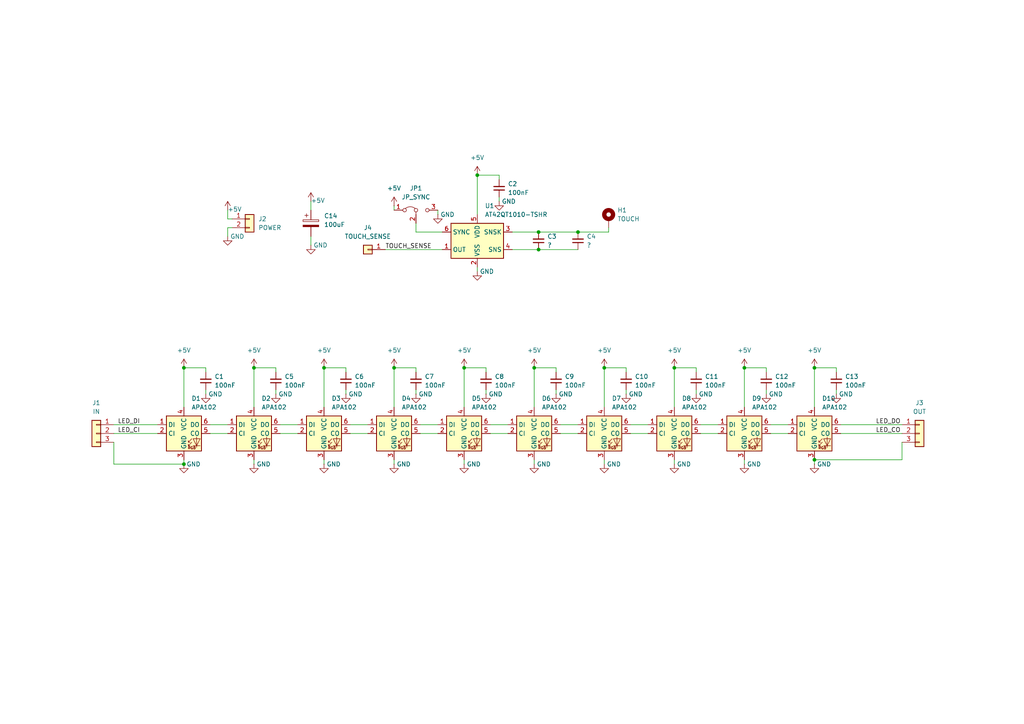
<source format=kicad_sch>
(kicad_sch (version 20231120) (generator "eeschema") (generator_version "8.0")
  (paper "A4")
  (lib_symbols
    (symbol "Connector_Generic:Conn_01x01" (pin_names (offset 1.016) hide)
      (property "Reference" "J" (at 0 2.54 0))
      (property "Value" "Conn_01x01" (at 0 -2.54 0))
      (symbol "Conn_01x01_1_1"
        (rectangle (start -1.27 0.127) (end 0 -0.127) (stroke (width 0.1524)))
        (rectangle (start -1.27 1.27) (end 1.27 -1.27) (stroke (width 0.254)) (fill (type background)))
        (pin passive line (at -5.08 0 0) (length 3.81) (name "Pin_1") (number "1"))
      )
    )
    (symbol "Connector_Generic:Conn_01x02" (pin_names (offset 1.016) hide)
      (property "Reference" "J" (at 0 2.54 0))
      (property "Value" "Conn_01x02" (at 0 -5.08 0))
      (symbol "Conn_01x02_1_1"
        (rectangle (start -1.27 -2.413) (end 0 -2.667) (stroke (width 0.1524)))
        (rectangle (start -1.27 0.127) (end 0 -0.127) (stroke (width 0.1524)))
        (rectangle (start -1.27 1.27) (end 1.27 -3.81) (stroke (width 0.254)) (fill (type background)))
        (pin passive line (at -5.08 0 0) (length 3.81) (name "Pin_1") (number "1"))
        (pin passive line (at -5.08 -2.54 0) (length 3.81) (name "Pin_2") (number "2"))
      )
    )
    (symbol "Connector_Generic:Conn_01x03" (pin_names (offset 1.016) hide)
      (property "Reference" "J" (at 0 5.08 0))
      (property "Value" "Conn_01x03" (at 0 -5.08 0))
      (symbol "Conn_01x03_1_1"
        (rectangle (start -1.27 -2.413) (end 0 -2.667) (stroke (width 0.1524)))
        (rectangle (start -1.27 0.127) (end 0 -0.127) (stroke (width 0.1524)))
        (rectangle (start -1.27 2.667) (end 0 2.413) (stroke (width 0.1524)))
        (rectangle (start -1.27 3.81) (end 1.27 -3.81) (stroke (width 0.254)) (fill (type background)))
        (pin passive line (at -5.08 2.54 0) (length 3.81) (name "Pin_1") (number "1"))
        (pin passive line (at -5.08 0 0) (length 3.81) (name "Pin_2") (number "2"))
        (pin passive line (at -5.08 -2.54 0) (length 3.81) (name "Pin_3") (number "3"))
      )
    )
    (symbol "Device:C_Polarized" (pin_numbers hide) (pin_names (offset 0.254))
      (property "Reference" "C" (at 0.635 2.54 0))
      (property "Value" "C_Polarized" (at 0.635 -2.54 0))
      (symbol "C_Polarized_0_1"
        (rectangle (start -2.286 0.508) (end 2.286 1.016))
        (polyline (pts (xy -1.778 2.286) (xy -0.762 2.286)))
        (polyline (pts (xy -1.27 2.794) (xy -1.27 1.778)))
        (rectangle (start 2.286 -0.508) (end -2.286 -1.016) (fill (type outline)))
      )
      (symbol "C_Polarized_1_1"
        (pin passive line (at 0 3.81 270) (length 2.794) (name "~") (number "1"))
        (pin passive line (at 0 -3.81 90) (length 2.794) (name "~") (number "2"))
      )
    )
    (symbol "Device:C_Small" (pin_numbers hide) (pin_names (offset 0.254) hide)
      (property "Reference" "C" (at 0.254 1.778 0))
      (property "Value" "C_Small" (at 0.254 -2.032 0))
      (symbol "C_Small_0_1"
        (polyline (pts (xy -1.524 -0.508) (xy 1.524 -0.508)) (stroke (width 0.3302)))
        (polyline (pts (xy -1.524 0.508) (xy 1.524 0.508)) (stroke (width 0.3048)))
      )
      (symbol "C_Small_1_1"
        (pin passive line (at 0 2.54 270) (length 2.032) (name "~") (number "1"))
        (pin passive line (at 0 -2.54 90) (length 2.032) (name "~") (number "2"))
      )
    )
    (symbol "Jumper:Jumper_3_Bridged12" (pin_names (offset 0) hide) (exclude_from_sim yes) (in_bom no)
      (property "Reference" "JP" (at -2.54 -2.54 0))
      (property "Value" "Jumper_3_Bridged12" (at 0 2.794 0))
      (symbol "Jumper_3_Bridged12_0_0"
        (circle (center -3.302 0) (radius 0.508))
        (circle (center 0 0) (radius 0.508))
        (circle (center 3.302 0) (radius 0.508))
      )
      (symbol "Jumper_3_Bridged12_0_1"
        (arc (start -0.254 0.508) (mid -1.651 0.9912) (end -3.048 0.508))
        (polyline (pts (xy 0 -1.27) (xy 0 -0.508)))
      )
      (symbol "Jumper_3_Bridged12_1_1"
        (pin passive line (at -6.35 0 0) (length 2.54) (name "A") (number "1"))
        (pin passive line (at 0 -3.81 90) (length 2.54) (name "C") (number "2"))
        (pin passive line (at 6.35 0 180) (length 2.54) (name "B") (number "3"))
      )
    )
    (symbol "LED:APA102"
      (property "Reference" "D" (at 5.08 5.715 0))
      (property "Value" "APA102" (at 1.27 -5.715 0))
      (symbol "APA102_0_0"
        (text "RGB" (at 2.286 -4.191 0) (effects (font (size 0.762 0.762))))
      )
      (symbol "APA102_0_1"
        (polyline (pts (xy 1.27 -3.556) (xy 1.778 -3.556)))
        (polyline (pts (xy 1.27 -2.54) (xy 1.778 -2.54)))
        (polyline (pts (xy 4.699 -3.556) (xy 2.667 -3.556)))
        (polyline (pts (xy 2.286 -2.54) (xy 1.27 -3.556) (xy 1.27 -3.048)))
        (polyline (pts (xy 2.286 -1.524) (xy 1.27 -2.54) (xy 1.27 -2.032)))
        (polyline (pts (xy 3.683 -1.016) (xy 3.683 -3.556) (xy 3.683 -4.064)))
        (polyline (pts (xy 4.699 -1.524) (xy 2.667 -1.524) (xy 3.683 -3.556) (xy 4.699 -1.524)))
        (rectangle (start 5.08 5.08) (end -5.08 -5.08) (stroke (width 0.254)) (fill (type background)))
      )
      (symbol "APA102_1_1"
        (pin input line (at -7.62 2.54 0) (length 2.54) (name "DI") (number "1"))
        (pin input line (at -7.62 0 0) (length 2.54) (name "CI") (number "2"))
        (pin power_in line (at 0 -7.62 90) (length 2.54) (name "GND") (number "3"))
        (pin power_in line (at 0 7.62 270) (length 2.54) (name "VCC") (number "4"))
        (pin output line (at 7.62 0 180) (length 2.54) (name "CO") (number "5"))
        (pin output line (at 7.62 2.54 180) (length 2.54) (name "DO") (number "6"))
      )
    )
    (symbol "Mechanical:MountingHole_Pad" (pin_numbers hide) (pin_names (offset 1.016) hide) (exclude_from_sim yes) (in_bom no)
      (property "Reference" "H" (at 0 6.35 0))
      (property "Value" "MountingHole_Pad" (at 0 4.445 0))
      (symbol "MountingHole_Pad_0_1"
        (circle (center 0 1.27) (radius 1.27) (stroke (width 1.27)))
      )
      (symbol "MountingHole_Pad_1_1"
        (pin input line (at 0 -2.54 90) (length 2.54) (name "1") (number "1"))
      )
    )
    (symbol "Sensor_Touch:AT42QT1010-TSHR"
      (property "Reference" "U" (at -2.54 8.255 0))
      (property "Value" "AT42QT1010-TSHR" (at -2.54 6.35 0))
      (symbol "AT42QT1010-TSHR_0_1"
        (rectangle (start -7.62 5.08) (end 7.62 -5.08) (stroke (width 0.254)) (fill (type background)))
      )
      (symbol "AT42QT1010-TSHR_1_1"
        (pin output line (at -10.16 -2.54 0) (length 2.54) (name "OUT") (number "1"))
        (pin power_in line (at 0 -7.62 90) (length 2.54) (name "VSS") (number "2"))
        (pin passive line (at 10.16 2.54 180) (length 2.54) (name "SNSK") (number "3"))
        (pin passive line (at 10.16 -2.54 180) (length 2.54) (name "SNS") (number "4"))
        (pin power_in line (at 0 7.62 270) (length 2.54) (name "VDD") (number "5"))
        (pin input line (at -10.16 2.54 0) (length 2.54) (name "SYNC") (number "6"))
      )
    )
    (symbol "power:+5V" (power) (pin_numbers hide) (pin_names (offset 0) hide)
      (property "Value" "+5V" (at 0 3.556 0))
      (symbol "+5V_0_1"
        (polyline (pts (xy -0.762 1.27) (xy 0 2.54)))
        (polyline (pts (xy 0 0) (xy 0 2.54)))
        (polyline (pts (xy 0 2.54) (xy 0.762 1.27)))
      )
      (symbol "+5V_1_1"
        (pin power_in line (at 0 0 90) (length 0) (name "~") (number "1"))
      )
    )
    (symbol "power:GND" (power) (pin_numbers hide) (pin_names (offset 0) hide)
      (property "Value" "GND" (at 0 -3.81 0))
      (symbol "GND_0_1"
        (polyline (pts (xy 0 0) (xy 0 -1.27) (xy 1.27 -1.27) (xy 0 -2.54) (xy -1.27 -1.27) (xy 0 -1.27)))
      )
      (symbol "GND_1_1"
        (pin power_in line (at 0 0 270) (length 0) (name "~") (number "1"))
      )
    )
  )
  (junction (at 156.21 67.31))
  (junction (at 73.66 106.68))
  (junction (at 93.98 106.68))
  (junction (at 236.22 106.68))
  (junction (at 215.9 106.68))
  (junction (at 138.43 50.8))
  (junction (at 53.34 106.68))
  (junction (at 134.62 106.68))
  (junction (at 156.21 72.39))
  (junction (at 53.34 134.62))
  (junction (at 195.58 106.68))
  (junction (at 167.64 67.31))
  (junction (at 175.26 106.68))
  (junction (at 114.3 106.68))
  (junction (at 154.94 106.68))
  (junction (at 236.22 133.35))
  (wire (pts (xy 80.01 107.95) (xy 80.01 106.68)))
  (wire (pts (xy 162.56 123.19) (xy 167.64 123.19)))
  (wire (pts (xy 60.96 123.19) (xy 66.04 123.19)))
  (wire (pts (xy 33.02 125.73) (xy 45.72 125.73)))
  (wire (pts (xy 154.94 133.35) (xy 154.94 134.62)))
  (wire (pts (xy 121.92 123.19) (xy 127 123.19)))
  (wire (pts (xy 142.24 123.19) (xy 147.32 123.19)))
  (wire (pts (xy 66.04 63.5) (xy 67.31 63.5)))
  (wire (pts (xy 73.66 106.68) (xy 73.66 118.11)))
  (wire (pts (xy 144.78 50.8) (xy 138.43 50.8)))
  (wire (pts (xy 138.43 50.8) (xy 138.43 62.23)))
  (wire (pts (xy 100.33 106.68) (xy 93.98 106.68)))
  (wire (pts (xy 33.02 123.19) (xy 45.72 123.19)))
  (wire (pts (xy 93.98 133.35) (xy 93.98 134.62)))
  (wire (pts (xy 138.43 77.47) (xy 138.43 78.74)))
  (wire (pts (xy 195.58 133.35) (xy 195.58 134.62)))
  (wire (pts (xy 222.25 106.68) (xy 215.9 106.68)))
  (wire (pts (xy 101.6 123.19) (xy 106.68 123.19)))
  (wire (pts (xy 176.53 67.31) (xy 176.53 66.04)))
  (wire (pts (xy 156.21 72.39) (xy 167.64 72.39)))
  (wire (pts (xy 181.61 107.95) (xy 181.61 106.68)))
  (wire (pts (xy 222.25 113.03) (xy 222.25 114.3)))
  (wire (pts (xy 134.62 133.35) (xy 134.62 134.62)))
  (wire (pts (xy 223.52 123.19) (xy 228.6 123.19)))
  (wire (pts (xy 222.25 107.95) (xy 222.25 106.68)))
  (wire (pts (xy 167.64 67.31) (xy 176.53 67.31)))
  (wire (pts (xy 33.02 128.27) (xy 33.02 134.62)))
  (wire (pts (xy 148.59 67.31) (xy 156.21 67.31)))
  (wire (pts (xy 121.92 125.73) (xy 127 125.73)))
  (wire (pts (xy 90.17 58.42) (xy 90.17 60.96)))
  (wire (pts (xy 201.93 106.68) (xy 195.58 106.68)))
  (wire (pts (xy 33.02 134.62) (xy 53.34 134.62)))
  (wire (pts (xy 223.52 125.73) (xy 228.6 125.73)))
  (wire (pts (xy 80.01 113.03) (xy 80.01 114.3)))
  (wire (pts (xy 242.57 113.03) (xy 242.57 114.3)))
  (wire (pts (xy 66.04 60.96) (xy 66.04 63.5)))
  (wire (pts (xy 242.57 107.95) (xy 242.57 106.68)))
  (wire (pts (xy 201.93 113.03) (xy 201.93 114.3)))
  (wire (pts (xy 243.84 123.19) (xy 261.62 123.19)))
  (wire (pts (xy 81.28 123.19) (xy 86.36 123.19)))
  (wire (pts (xy 80.01 106.68) (xy 73.66 106.68)))
  (wire (pts (xy 93.98 106.68) (xy 93.98 118.11)))
  (wire (pts (xy 101.6 125.73) (xy 106.68 125.73)))
  (wire (pts (xy 203.2 123.19) (xy 208.28 123.19)))
  (wire (pts (xy 59.69 107.95) (xy 59.69 106.68)))
  (wire (pts (xy 73.66 133.35) (xy 73.66 134.62)))
  (wire (pts (xy 60.96 125.73) (xy 66.04 125.73)))
  (wire (pts (xy 175.26 106.68) (xy 175.26 118.11)))
  (wire (pts (xy 175.26 133.35) (xy 175.26 134.62)))
  (wire (pts (xy 114.3 106.68) (xy 114.3 118.11)))
  (wire (pts (xy 120.65 106.68) (xy 114.3 106.68)))
  (wire (pts (xy 203.2 125.73) (xy 208.28 125.73)))
  (wire (pts (xy 181.61 106.68) (xy 175.26 106.68)))
  (wire (pts (xy 142.24 125.73) (xy 147.32 125.73)))
  (wire (pts (xy 140.97 113.03) (xy 140.97 114.3)))
  (wire (pts (xy 201.93 107.95) (xy 201.93 106.68)))
  (wire (pts (xy 161.29 107.95) (xy 161.29 106.68)))
  (wire (pts (xy 144.78 57.15) (xy 144.78 58.42)))
  (wire (pts (xy 261.62 133.35) (xy 236.22 133.35)))
  (wire (pts (xy 182.88 125.73) (xy 187.96 125.73)))
  (wire (pts (xy 148.59 72.39) (xy 156.21 72.39)))
  (wire (pts (xy 182.88 123.19) (xy 187.96 123.19)))
  (wire (pts (xy 236.22 133.35) (xy 236.22 134.62)))
  (wire (pts (xy 261.62 128.27) (xy 261.62 133.35)))
  (wire (pts (xy 53.34 133.35) (xy 53.34 134.62)))
  (wire (pts (xy 111.76 72.39) (xy 128.27 72.39)))
  (wire (pts (xy 100.33 107.95) (xy 100.33 106.68)))
  (wire (pts (xy 120.65 64.77) (xy 120.65 67.31)))
  (wire (pts (xy 120.65 107.95) (xy 120.65 106.68)))
  (wire (pts (xy 242.57 106.68) (xy 236.22 106.68)))
  (wire (pts (xy 66.04 66.04) (xy 66.04 68.58)))
  (wire (pts (xy 100.33 113.03) (xy 100.33 114.3)))
  (wire (pts (xy 59.69 106.68) (xy 53.34 106.68)))
  (wire (pts (xy 161.29 113.03) (xy 161.29 114.3)))
  (wire (pts (xy 59.69 113.03) (xy 59.69 114.3)))
  (wire (pts (xy 120.65 67.31) (xy 128.27 67.31)))
  (wire (pts (xy 67.31 66.04) (xy 66.04 66.04)))
  (wire (pts (xy 195.58 106.68) (xy 195.58 118.11)))
  (wire (pts (xy 215.9 106.68) (xy 215.9 118.11)))
  (wire (pts (xy 236.22 106.68) (xy 236.22 118.11)))
  (wire (pts (xy 161.29 106.68) (xy 154.94 106.68)))
  (wire (pts (xy 181.61 113.03) (xy 181.61 114.3)))
  (wire (pts (xy 215.9 133.35) (xy 215.9 134.62)))
  (wire (pts (xy 53.34 106.68) (xy 53.34 118.11)))
  (wire (pts (xy 81.28 125.73) (xy 86.36 125.73)))
  (wire (pts (xy 140.97 107.95) (xy 140.97 106.68)))
  (wire (pts (xy 120.65 113.03) (xy 120.65 114.3)))
  (wire (pts (xy 134.62 106.68) (xy 134.62 118.11)))
  (wire (pts (xy 156.21 67.31) (xy 167.64 67.31)))
  (wire (pts (xy 127 60.96) (xy 127 62.23)))
  (wire (pts (xy 114.3 59.69) (xy 114.3 60.96)))
  (wire (pts (xy 162.56 125.73) (xy 167.64 125.73)))
  (wire (pts (xy 144.78 52.07) (xy 144.78 50.8)))
  (wire (pts (xy 114.3 133.35) (xy 114.3 134.62)))
  (wire (pts (xy 90.17 68.58) (xy 90.17 71.12)))
  (wire (pts (xy 154.94 106.68) (xy 154.94 118.11)))
  (wire (pts (xy 243.84 125.73) (xy 261.62 125.73)))
  (wire (pts (xy 140.97 106.68) (xy 134.62 106.68)))
  (label "TOUCH_SENSE" (at 111.76 72.39 0))
  (label "LED_DO" (at 254 123.19 0))
  (label "LED_DI" (at 40.64 123.19 180))
  (label "LED_CO" (at 254 125.73 0))
  (label "LED_CI" (at 40.64 125.73 180))
  (symbol (lib_id "power:+5V") (at 154.94 106.68 0) (unit 1)
    (property "Reference" "#PWR021" (effects (hide yes)))
    (property "Value" "+5V" (at 154.94 101.6 0))
    (property "Description" "Power symbol creates a global label with name \"+5V\"" (effects (hide yes)))
  )
  (symbol (lib_id "Jumper:Jumper_3_Bridged12") (at 120.65 60.96 0) (unit 1) (exclude_from_sim yes) (in_bom no)
    (property "Reference" "JP1" (at 120.65 54.61 0))
    (property "Value" "JP_SYNC" (at 120.65 57.15 0))
    (property "Description" "Jumper, 3-pole, pins 1+2 closed/bridged" (effects (hide yes)))
  )
  (symbol (lib_id "LED:APA102") (at 175.26 125.73 0) (unit 1)
    (property "Reference" "D7" (at 177.4541 115.57 0) (effects (justify left)))
    (property "Value" "APA102" (at 177.4541 118.11 0) (effects (justify left)))
    (property "Footprint" "LED_SMD:LED_RGB_5050-6" (effects (hide yes)))
    (property "Datasheet" "http://www.led-color.com/upload/201506/APA102%20LED.pdf" (effects (hide yes)))
    (property "Description" "RGB LED with integrated controller" (effects (hide yes)))
  )
  (symbol (lib_id "Connector_Generic:Conn_01x03") (at 27.94 125.73 0) (mirror y) (unit 1)
    (property "Reference" "J1" (at 27.94 116.84 0))
    (property "Value" "IN" (at 27.94 119.38 0))
    (property "Description" "Generic connector, single row, 01x03, script generated (kicad-library-utils/schlib/autogen/connector/)" (effects (hide yes)))
  )
  (symbol (lib_id "Device:C_Small") (at 59.69 110.49 180) (unit 1)
    (property "Reference" "C1" (at 62.23 109.2135 0) (effects (justify right)))
    (property "Value" "100nF" (at 62.23 111.7535 0) (effects (justify right)))
    (property "Description" "Unpolarized capacitor, small symbol" (effects (hide yes)))
  )
  (symbol (lib_id "power:GND") (at 53.34 134.62 0) (unit 1)
    (property "Reference" "#PWR03" (effects (hide yes)))
    (property "Value" "GND" (at 56.134 134.62 0))
    (property "Description" "Power symbol creates a global label with name \"GND\" , ground" (effects (hide yes)))
  )
  (symbol (lib_id "power:+5V") (at 134.62 106.68 0) (unit 1)
    (property "Reference" "#PWR018" (effects (hide yes)))
    (property "Value" "+5V" (at 134.62 101.6 0))
    (property "Description" "Power symbol creates a global label with name \"+5V\"" (effects (hide yes)))
  )
  (symbol (lib_id "power:GND") (at 215.9 134.62 0) (unit 1)
    (property "Reference" "#PWR031" (effects (hide yes)))
    (property "Value" "GND" (at 218.694 134.62 0))
    (property "Description" "Power symbol creates a global label with name \"GND\" , ground" (effects (hide yes)))
  )
  (symbol (lib_id "power:+5V") (at 66.04 60.96 0) (unit 1)
    (property "Reference" "#PWR036" (effects (hide yes)))
    (property "Value" "+5V" (at 68.072 60.706 0))
    (property "Description" "Power symbol creates a global label with name \"+5V\"" (effects (hide yes)))
  )
  (symbol (lib_id "power:GND") (at 120.65 114.3 0) (unit 1)
    (property "Reference" "#PWR017" (effects (hide yes)))
    (property "Value" "GND" (at 123.444 114.3 0))
    (property "Description" "Power symbol creates a global label with name \"GND\" , ground" (effects (hide yes)))
  )
  (symbol (lib_id "Connector_Generic:Conn_01x01") (at 106.68 72.39 180) (unit 1)
    (property "Reference" "J4" (at 106.68 66.04 0))
    (property "Value" "TOUCH_SENSE" (at 106.68 68.58 0))
    (property "Description" "Generic connector, single row, 01x01, script generated (kicad-library-utils/schlib/autogen/connector/)" (effects (hide yes)))
  )
  (symbol (lib_id "power:+5V") (at 93.98 106.68 0) (unit 1)
    (property "Reference" "#PWR012" (effects (hide yes)))
    (property "Value" "+5V" (at 93.98 101.6 0))
    (property "Description" "Power symbol creates a global label with name \"+5V\"" (effects (hide yes)))
  )
  (symbol (lib_id "Connector_Generic:Conn_01x03") (at 266.7 125.73 0) (unit 1)
    (property "Reference" "J3" (at 266.7 116.84 0))
    (property "Value" "OUT" (at 266.7 119.38 0))
    (property "Description" "Generic connector, single row, 01x03, script generated (kicad-library-utils/schlib/autogen/connector/)" (effects (hide yes)))
  )
  (symbol (lib_id "power:GND") (at 114.3 134.62 0) (unit 1)
    (property "Reference" "#PWR016" (effects (hide yes)))
    (property "Value" "GND" (at 117.094 134.62 0))
    (property "Description" "Power symbol creates a global label with name \"GND\" , ground" (effects (hide yes)))
  )
  (symbol (lib_id "power:GND") (at 181.61 114.3 0) (unit 1)
    (property "Reference" "#PWR026" (effects (hide yes)))
    (property "Value" "GND" (at 184.404 114.3 0))
    (property "Description" "Power symbol creates a global label with name \"GND\" , ground" (effects (hide yes)))
  )
  (symbol (lib_id "power:+5V") (at 138.43 50.8 0) (unit 1)
    (property "Reference" "#PWR04" (effects (hide yes)))
    (property "Value" "+5V" (at 138.43 45.72 0))
    (property "Description" "Power symbol creates a global label with name \"+5V\"" (effects (hide yes)))
  )
  (symbol (lib_id "power:GND") (at 154.94 134.62 0) (unit 1)
    (property "Reference" "#PWR022" (effects (hide yes)))
    (property "Value" "GND" (at 157.734 134.62 0))
    (property "Description" "Power symbol creates a global label with name \"GND\" , ground" (effects (hide yes)))
  )
  (symbol (lib_id "power:GND") (at 100.33 114.3 0) (unit 1)
    (property "Reference" "#PWR014" (effects (hide yes)))
    (property "Value" "GND" (at 103.124 114.3 0))
    (property "Description" "Power symbol creates a global label with name \"GND\" , ground" (effects (hide yes)))
  )
  (symbol (lib_id "power:+5V") (at 90.17 58.42 0) (unit 1)
    (property "Reference" "#PWR038" (effects (hide yes)))
    (property "Value" "+5V" (at 92.202 58.166 0))
    (property "Description" "Power symbol creates a global label with name \"+5V\"" (effects (hide yes)))
  )
  (symbol (lib_id "Connector_Generic:Conn_01x02") (at 72.39 63.5 0) (unit 1)
    (property "Reference" "J2" (at 74.93 63.4999 0) (effects (justify left)))
    (property "Value" "POWER" (at 74.93 66.0399 0) (effects (justify left)))
    (property "Description" "Generic connector, single row, 01x02, script generated (kicad-library-utils/schlib/autogen/connector/)" (effects (hide yes)))
  )
  (symbol (lib_id "power:GND") (at 80.01 114.3 0) (unit 1)
    (property "Reference" "#PWR011" (effects (hide yes)))
    (property "Value" "GND" (at 82.804 114.3 0))
    (property "Description" "Power symbol creates a global label with name \"GND\" , ground" (effects (hide yes)))
  )
  (symbol (lib_id "power:GND") (at 90.17 71.12 0) (unit 1)
    (property "Reference" "#PWR039" (effects (hide yes)))
    (property "Value" "GND" (at 92.964 71.12 0))
    (property "Description" "Power symbol creates a global label with name \"GND\" , ground" (effects (hide yes)))
  )
  (symbol (lib_id "LED:APA102") (at 134.62 125.73 0) (unit 1)
    (property "Reference" "D5" (at 136.8141 115.57 0) (effects (justify left)))
    (property "Value" "APA102" (at 136.8141 118.11 0) (effects (justify left)))
    (property "Footprint" "LED_SMD:LED_RGB_5050-6" (effects (hide yes)))
    (property "Datasheet" "http://www.led-color.com/upload/201506/APA102%20LED.pdf" (effects (hide yes)))
    (property "Description" "RGB LED with integrated controller" (effects (hide yes)))
  )
  (symbol (lib_id "Device:C_Small") (at 161.29 110.49 180) (unit 1)
    (property "Reference" "C9" (at 163.83 109.2135 0) (effects (justify right)))
    (property "Value" "100nF" (at 163.83 111.7535 0) (effects (justify right)))
    (property "Description" "Unpolarized capacitor, small symbol" (effects (hide yes)))
  )
  (symbol (lib_id "Sensor_Touch:AT42QT1010-TSHR") (at 138.43 69.85 0) (unit 1)
    (property "Reference" "U1" (at 140.6241 59.69 0) (effects (justify left)))
    (property "Value" "AT42QT1010-TSHR" (at 140.6241 62.23 0) (effects (justify left)))
    (property "Footprint" "Package_TO_SOT_SMD:SOT-23-6" (effects (hide yes)))
    (property "Datasheet" "http://ww1.microchip.com/downloads/en/DeviceDoc/40001946A.pdf" (effects (hide yes)))
    (property "Description" "Single-key Touch Sensor, SOT-23-6" (effects (hide yes)))
  )
  (symbol (lib_id "Device:C_Small") (at 120.65 110.49 180) (unit 1)
    (property "Reference" "C7" (at 123.19 109.2135 0) (effects (justify right)))
    (property "Value" "100nF" (at 123.19 111.7535 0) (effects (justify right)))
    (property "Description" "Unpolarized capacitor, small symbol" (effects (hide yes)))
  )
  (symbol (lib_id "power:+5V") (at 215.9 106.68 0) (unit 1)
    (property "Reference" "#PWR030" (effects (hide yes)))
    (property "Value" "+5V" (at 215.9 101.6 0))
    (property "Description" "Power symbol creates a global label with name \"+5V\"" (effects (hide yes)))
  )
  (symbol (lib_id "power:+5V") (at 114.3 106.68 0) (unit 1)
    (property "Reference" "#PWR015" (effects (hide yes)))
    (property "Value" "+5V" (at 114.3 101.6 0))
    (property "Description" "Power symbol creates a global label with name \"+5V\"" (effects (hide yes)))
  )
  (symbol (lib_id "Device:C_Small") (at 222.25 110.49 180) (unit 1)
    (property "Reference" "C12" (at 224.79 109.2135 0) (effects (justify right)))
    (property "Value" "100nF" (at 224.79 111.7535 0) (effects (justify right)))
    (property "Description" "Unpolarized capacitor, small symbol" (effects (hide yes)))
  )
  (symbol (lib_id "Mechanical:MountingHole_Pad") (at 176.53 63.5 0) (unit 1) (exclude_from_sim yes) (in_bom no)
    (property "Reference" "H1" (at 179.07 60.9599 0) (effects (justify left)))
    (property "Value" "TOUCH" (at 179.07 63.4999 0) (effects (justify left)))
    (property "Description" "Mounting Hole with connection" (effects (hide yes)))
  )
  (symbol (lib_id "LED:APA102") (at 195.58 125.73 0) (unit 1)
    (property "Reference" "D8" (at 197.7741 115.57 0) (effects (justify left)))
    (property "Value" "APA102" (at 197.7741 118.11 0) (effects (justify left)))
    (property "Footprint" "LED_SMD:LED_RGB_5050-6" (effects (hide yes)))
    (property "Datasheet" "http://www.led-color.com/upload/201506/APA102%20LED.pdf" (effects (hide yes)))
    (property "Description" "RGB LED with integrated controller" (effects (hide yes)))
  )
  (symbol (lib_id "power:GND") (at 66.04 68.58 0) (unit 1)
    (property "Reference" "#PWR037" (effects (hide yes)))
    (property "Value" "GND" (at 68.834 68.58 0))
    (property "Description" "Power symbol creates a global label with name \"GND\" , ground" (effects (hide yes)))
  )
  (symbol (lib_id "power:GND") (at 222.25 114.3 0) (unit 1)
    (property "Reference" "#PWR032" (effects (hide yes)))
    (property "Value" "GND" (at 225.044 114.3 0))
    (property "Description" "Power symbol creates a global label with name \"GND\" , ground" (effects (hide yes)))
  )
  (symbol (lib_id "power:GND") (at 59.69 114.3 0) (unit 1)
    (property "Reference" "#PWR02" (effects (hide yes)))
    (property "Value" "GND" (at 62.484 114.3 0))
    (property "Description" "Power symbol creates a global label with name \"GND\" , ground" (effects (hide yes)))
  )
  (symbol (lib_id "power:+5V") (at 236.22 106.68 0) (unit 1)
    (property "Reference" "#PWR033" (effects (hide yes)))
    (property "Value" "+5V" (at 236.22 101.6 0))
    (property "Description" "Power symbol creates a global label with name \"+5V\"" (effects (hide yes)))
  )
  (symbol (lib_id "power:+5V") (at 195.58 106.68 0) (unit 1)
    (property "Reference" "#PWR027" (effects (hide yes)))
    (property "Value" "+5V" (at 195.58 101.6 0))
    (property "Description" "Power symbol creates a global label with name \"+5V\"" (effects (hide yes)))
  )
  (symbol (lib_id "Device:C_Small") (at 167.64 69.85 180) (unit 1)
    (property "Reference" "C4" (at 170.18 68.5735 0) (effects (justify right)))
    (property "Value" "?" (at 170.18 71.1135 0) (effects (justify right)))
    (property "Description" "Unpolarized capacitor, small symbol" (effects (hide yes)))
  )
  (symbol (lib_id "LED:APA102") (at 53.34 125.73 0) (unit 1)
    (property "Reference" "D1" (at 55.5341 115.57 0) (effects (justify left)))
    (property "Value" "APA102" (at 55.5341 118.11 0) (effects (justify left)))
    (property "Footprint" "LED_SMD:LED_RGB_5050-6" (effects (hide yes)))
    (property "Datasheet" "http://www.led-color.com/upload/201506/APA102%20LED.pdf" (effects (hide yes)))
    (property "Description" "RGB LED with integrated controller" (effects (hide yes)))
  )
  (symbol (lib_id "LED:APA102") (at 236.22 125.73 0) (unit 1)
    (property "Reference" "D10" (at 238.4141 115.57 0) (effects (justify left)))
    (property "Value" "APA102" (at 238.4141 118.11 0) (effects (justify left)))
    (property "Footprint" "LED_SMD:LED_RGB_5050-6" (effects (hide yes)))
    (property "Datasheet" "http://www.led-color.com/upload/201506/APA102%20LED.pdf" (effects (hide yes)))
    (property "Description" "RGB LED with integrated controller" (effects (hide yes)))
  )
  (symbol (lib_id "LED:APA102") (at 114.3 125.73 0) (unit 1)
    (property "Reference" "D4" (at 116.4941 115.57 0) (effects (justify left)))
    (property "Value" "APA102" (at 116.4941 118.11 0) (effects (justify left)))
    (property "Footprint" "LED_SMD:LED_RGB_5050-6" (effects (hide yes)))
    (property "Datasheet" "http://www.led-color.com/upload/201506/APA102%20LED.pdf" (effects (hide yes)))
    (property "Description" "RGB LED with integrated controller" (effects (hide yes)))
  )
  (symbol (lib_id "LED:APA102") (at 215.9 125.73 0) (unit 1)
    (property "Reference" "D9" (at 218.0941 115.57 0) (effects (justify left)))
    (property "Value" "APA102" (at 218.0941 118.11 0) (effects (justify left)))
    (property "Footprint" "LED_SMD:LED_RGB_5050-6" (effects (hide yes)))
    (property "Datasheet" "http://www.led-color.com/upload/201506/APA102%20LED.pdf" (effects (hide yes)))
    (property "Description" "RGB LED with integrated controller" (effects (hide yes)))
  )
  (symbol (lib_id "power:+5V") (at 73.66 106.68 0) (unit 1)
    (property "Reference" "#PWR09" (effects (hide yes)))
    (property "Value" "+5V" (at 73.66 101.6 0))
    (property "Description" "Power symbol creates a global label with name \"+5V\"" (effects (hide yes)))
  )
  (symbol (lib_id "power:GND") (at 73.66 134.62 0) (unit 1)
    (property "Reference" "#PWR010" (effects (hide yes)))
    (property "Value" "GND" (at 76.454 134.62 0))
    (property "Description" "Power symbol creates a global label with name \"GND\" , ground" (effects (hide yes)))
  )
  (symbol (lib_id "Device:C_Small") (at 201.93 110.49 180) (unit 1)
    (property "Reference" "C11" (at 204.47 109.2135 0) (effects (justify right)))
    (property "Value" "100nF" (at 204.47 111.7535 0) (effects (justify right)))
    (property "Description" "Unpolarized capacitor, small symbol" (effects (hide yes)))
  )
  (symbol (lib_id "power:GND") (at 93.98 134.62 0) (unit 1)
    (property "Reference" "#PWR013" (effects (hide yes)))
    (property "Value" "GND" (at 96.774 134.62 0))
    (property "Description" "Power symbol creates a global label with name \"GND\" , ground" (effects (hide yes)))
  )
  (symbol (lib_id "power:GND") (at 140.97 114.3 0) (unit 1)
    (property "Reference" "#PWR020" (effects (hide yes)))
    (property "Value" "GND" (at 143.764 114.3 0))
    (property "Description" "Power symbol creates a global label with name \"GND\" , ground" (effects (hide yes)))
  )
  (symbol (lib_id "power:GND") (at 236.22 134.62 0) (unit 1)
    (property "Reference" "#PWR034" (effects (hide yes)))
    (property "Value" "GND" (at 239.014 134.62 0))
    (property "Description" "Power symbol creates a global label with name \"GND\" , ground" (effects (hide yes)))
  )
  (symbol (lib_id "power:GND") (at 161.29 114.3 0) (unit 1)
    (property "Reference" "#PWR023" (effects (hide yes)))
    (property "Value" "GND" (at 164.084 114.3 0))
    (property "Description" "Power symbol creates a global label with name \"GND\" , ground" (effects (hide yes)))
  )
  (symbol (lib_id "power:GND") (at 138.43 78.74 0) (unit 1)
    (property "Reference" "#PWR08" (effects (hide yes)))
    (property "Value" "GND" (at 141.224 78.74 0))
    (property "Description" "Power symbol creates a global label with name \"GND\" , ground" (effects (hide yes)))
  )
  (symbol (lib_id "power:GND") (at 175.26 134.62 0) (unit 1)
    (property "Reference" "#PWR025" (effects (hide yes)))
    (property "Value" "GND" (at 178.054 134.62 0))
    (property "Description" "Power symbol creates a global label with name \"GND\" , ground" (effects (hide yes)))
  )
  (symbol (lib_id "Device:C_Small") (at 80.01 110.49 180) (unit 1)
    (property "Reference" "C5" (at 82.55 109.2135 0) (effects (justify right)))
    (property "Value" "100nF" (at 82.55 111.7535 0) (effects (justify right)))
    (property "Description" "Unpolarized capacitor, small symbol" (effects (hide yes)))
  )
  (symbol (lib_id "power:+5V") (at 53.34 106.68 0) (unit 1)
    (property "Reference" "#PWR01" (effects (hide yes)))
    (property "Value" "+5V" (at 53.34 101.6 0))
    (property "Description" "Power symbol creates a global label with name \"+5V\"" (effects (hide yes)))
  )
  (symbol (lib_id "power:GND") (at 127 62.23 0) (unit 1)
    (property "Reference" "#PWR06" (effects (hide yes)))
    (property "Value" "GND" (at 129.794 62.23 0))
    (property "Description" "Power symbol creates a global label with name \"GND\" , ground" (effects (hide yes)))
  )
  (symbol (lib_id "power:GND") (at 144.78 58.42 0) (unit 1)
    (property "Reference" "#PWR05" (effects (hide yes)))
    (property "Value" "GND" (at 147.574 58.42 0))
    (property "Description" "Power symbol creates a global label with name \"GND\" , ground" (effects (hide yes)))
  )
  (symbol (lib_id "power:+5V") (at 175.26 106.68 0) (unit 1)
    (property "Reference" "#PWR024" (effects (hide yes)))
    (property "Value" "+5V" (at 175.26 101.6 0))
    (property "Description" "Power symbol creates a global label with name \"+5V\"" (effects (hide yes)))
  )
  (symbol (lib_id "Device:C_Small") (at 181.61 110.49 180) (unit 1)
    (property "Reference" "C10" (at 184.15 109.2135 0) (effects (justify right)))
    (property "Value" "100nF" (at 184.15 111.7535 0) (effects (justify right)))
    (property "Description" "Unpolarized capacitor, small symbol" (effects (hide yes)))
  )
  (symbol (lib_id "Device:C_Polarized") (at 90.17 64.77 0) (unit 1)
    (property "Reference" "C14" (at 93.98 62.6109 0) (effects (justify left)))
    (property "Value" "100uF" (at 93.98 65.1509 0) (effects (justify left)))
    (property "Description" "Polarized capacitor" (effects (hide yes)))
  )
  (symbol (lib_id "power:+5V") (at 114.3 59.69 0) (unit 1)
    (property "Reference" "#PWR07" (effects (hide yes)))
    (property "Value" "+5V" (at 114.3 54.61 0))
    (property "Description" "Power symbol creates a global label with name \"+5V\"" (effects (hide yes)))
  )
  (symbol (lib_id "Device:C_Small") (at 140.97 110.49 180) (unit 1)
    (property "Reference" "C8" (at 143.51 109.2135 0) (effects (justify right)))
    (property "Value" "100nF" (at 143.51 111.7535 0) (effects (justify right)))
    (property "Description" "Unpolarized capacitor, small symbol" (effects (hide yes)))
  )
  (symbol (lib_id "power:GND") (at 242.57 114.3 0) (unit 1)
    (property "Reference" "#PWR035" (effects (hide yes)))
    (property "Value" "GND" (at 245.364 114.3 0))
    (property "Description" "Power symbol creates a global label with name \"GND\" , ground" (effects (hide yes)))
  )
  (symbol (lib_id "power:GND") (at 134.62 134.62 0) (unit 1)
    (property "Reference" "#PWR019" (effects (hide yes)))
    (property "Value" "GND" (at 137.414 134.62 0))
    (property "Description" "Power symbol creates a global label with name \"GND\" , ground" (effects (hide yes)))
  )
  (symbol (lib_id "power:GND") (at 195.58 134.62 0) (unit 1)
    (property "Reference" "#PWR028" (effects (hide yes)))
    (property "Value" "GND" (at 198.374 134.62 0))
    (property "Description" "Power symbol creates a global label with name \"GND\" , ground" (effects (hide yes)))
  )
  (symbol (lib_id "Device:C_Small") (at 144.78 54.61 180) (unit 1)
    (property "Reference" "C2" (at 147.32 53.3335 0) (effects (justify right)))
    (property "Value" "100nF" (at 147.32 55.8735 0) (effects (justify right)))
    (property "Description" "Unpolarized capacitor, small symbol" (effects (hide yes)))
  )
  (symbol (lib_id "Device:C_Small") (at 156.21 69.85 180) (unit 1)
    (property "Reference" "C3" (at 158.75 68.5735 0) (effects (justify right)))
    (property "Value" "?" (at 158.75 71.1135 0) (effects (justify right)))
    (property "Description" "Unpolarized capacitor, small symbol" (effects (hide yes)))
  )
  (symbol (lib_id "Device:C_Small") (at 242.57 110.49 180) (unit 1)
    (property "Reference" "C13" (at 245.11 109.2135 0) (effects (justify right)))
    (property "Value" "100nF" (at 245.11 111.7535 0) (effects (justify right)))
    (property "Description" "Unpolarized capacitor, small symbol" (effects (hide yes)))
  )
  (symbol (lib_id "LED:APA102") (at 73.66 125.73 0) (unit 1)
    (property "Reference" "D2" (at 75.8541 115.57 0) (effects (justify left)))
    (property "Value" "APA102" (at 75.8541 118.11 0) (effects (justify left)))
    (property "Footprint" "LED_SMD:LED_RGB_5050-6" (effects (hide yes)))
    (property "Datasheet" "http://www.led-color.com/upload/201506/APA102%20LED.pdf" (effects (hide yes)))
    (property "Description" "RGB LED with integrated controller" (effects (hide yes)))
  )
  (symbol (lib_id "LED:APA102") (at 154.94 125.73 0) (unit 1)
    (property "Reference" "D6" (at 157.1341 115.57 0) (effects (justify left)))
    (property "Value" "APA102" (at 157.1341 118.11 0) (effects (justify left)))
    (property "Footprint" "LED_SMD:LED_RGB_5050-6" (effects (hide yes)))
    (property "Datasheet" "http://www.led-color.com/upload/201506/APA102%20LED.pdf" (effects (hide yes)))
    (property "Description" "RGB LED with integrated controller" (effects (hide yes)))
  )
  (symbol (lib_id "Device:C_Small") (at 100.33 110.49 180) (unit 1)
    (property "Reference" "C6" (at 102.87 109.2135 0) (effects (justify right)))
    (property "Value" "100nF" (at 102.87 111.7535 0) (effects (justify right)))
    (property "Description" "Unpolarized capacitor, small symbol" (effects (hide yes)))
  )
  (symbol (lib_id "power:GND") (at 201.93 114.3 0) (unit 1)
    (property "Reference" "#PWR029" (effects (hide yes)))
    (property "Value" "GND" (at 204.724 114.3 0))
    (property "Description" "Power symbol creates a global label with name \"GND\" , ground" (effects (hide yes)))
  )
  (symbol (lib_id "LED:APA102") (at 93.98 125.73 0) (unit 1)
    (property "Reference" "D3" (at 96.1741 115.57 0) (effects (justify left)))
    (property "Value" "APA102" (at 96.1741 118.11 0) (effects (justify left)))
    (property "Footprint" "LED_SMD:LED_RGB_5050-6" (effects (hide yes)))
    (property "Datasheet" "http://www.led-color.com/upload/201506/APA102%20LED.pdf" (effects (hide yes)))
    (property "Description" "RGB LED with integrated controller" (effects (hide yes)))
  )
)
</source>
